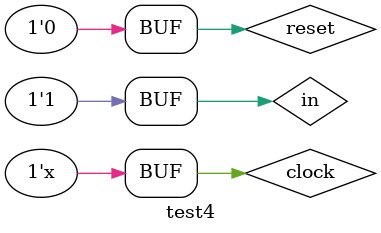
<source format=v>
module test4; 

reg clock, reset, in;
wire out;

  my_fsm U0 ( 
  .clock (clock),
  .reset (reset),
  .in    (in),
  .out  (out) 
  ); 
   
 
initial begin
  clock = 1;
  reset = 1;
  in = 0;
  $display("Starting simulation...");
  #2;
  reset = 0;
  #2;
  if (out !== 1'b0) $display("Failed 1"); 
  
  in = 0;
  #2;
  if (out !== 1'b0) $display("Failed 2");
  
  in = 0;  
  #2;
  if (out !== 1'b0) $display("Failed 3");
  
  in = 1;
  #2;
  if (out !== 1'b0) $display("Failed 4"); 
  
  in = 1;
  #2;
  if (out !== 1'b0) $display("Failed 5"); 
  
  #2; 
  if (out !== 1'b1) $display("Failed 6");  
  $display("Done...");
end 
  

always begin
   #1 clock = !clock;
end
   
endmodule
</source>
